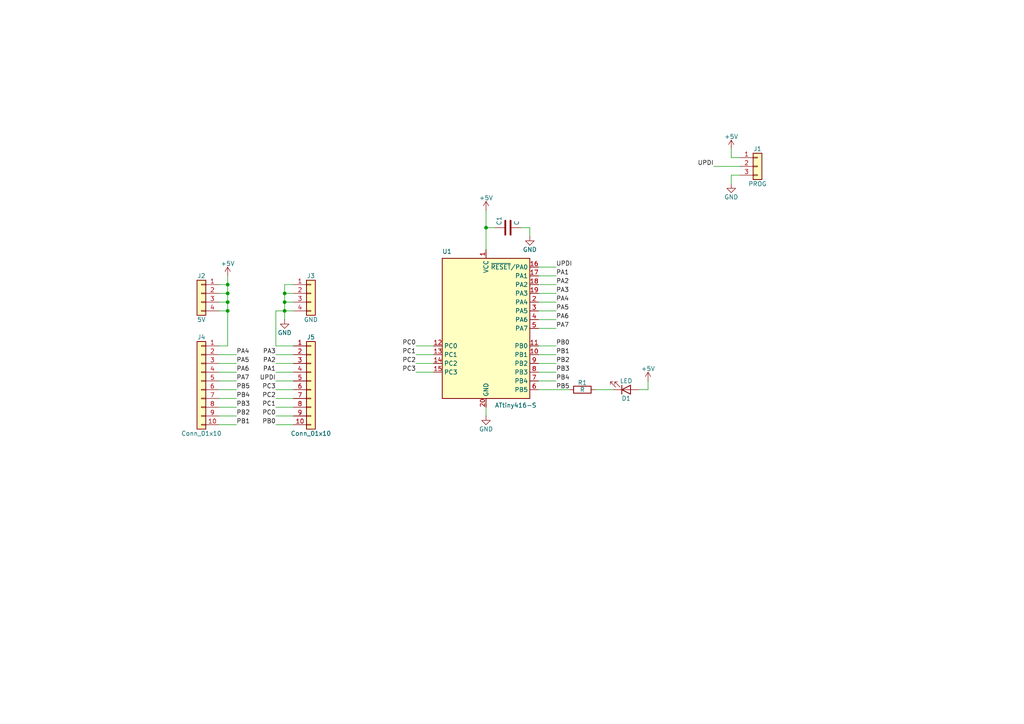
<source format=kicad_sch>
(kicad_sch (version 20231120) (generator "eeschema") (generator_version "8.0")
  (paper "A4")
  (title_block (title "Attiny416 Breakout") (date "2024-04-05") (company "Perry Leaumas") (comment 1 "Simple Breakout for CNC Milling"))
  (lib_symbols
    (symbol "Connector_Generic:Conn_01x03" (pin_names (offset 1.016) hide)
      (property "Reference" "J" (at 0 5.08 0))
      (property "Value" "Conn_01x03" (at 0 -5.08 0))
      (symbol "Conn_01x03_1_1"
        (rectangle (start -1.27 -2.413) (end 0 -2.667) (stroke (width 0.1524)))
        (rectangle (start -1.27 0.127) (end 0 -0.127) (stroke (width 0.1524)))
        (rectangle (start -1.27 2.667) (end 0 2.413) (stroke (width 0.1524)))
        (rectangle (start -1.27 3.81) (end 1.27 -3.81) (stroke (width 0.254)) (fill (type background)))
        (pin passive line (at -5.08 2.54 0) (length 3.81) (name "Pin_1") (number "1"))
        (pin passive line (at -5.08 0 0) (length 3.81) (name "Pin_2") (number "2"))
        (pin passive line (at -5.08 -2.54 0) (length 3.81) (name "Pin_3") (number "3"))
      )
    )
    (symbol "Connector_Generic:Conn_01x04" (pin_names (offset 1.016) hide)
      (property "Reference" "J" (at 0 5.08 0))
      (property "Value" "Conn_01x04" (at 0 -7.62 0))
      (symbol "Conn_01x04_1_1"
        (rectangle (start -1.27 -4.953) (end 0 -5.207) (stroke (width 0.1524)))
        (rectangle (start -1.27 -2.413) (end 0 -2.667) (stroke (width 0.1524)))
        (rectangle (start -1.27 0.127) (end 0 -0.127) (stroke (width 0.1524)))
        (rectangle (start -1.27 2.667) (end 0 2.413) (stroke (width 0.1524)))
        (rectangle (start -1.27 3.81) (end 1.27 -6.35) (stroke (width 0.254)) (fill (type background)))
        (pin passive line (at -5.08 2.54 0) (length 3.81) (name "Pin_1") (number "1"))
        (pin passive line (at -5.08 0 0) (length 3.81) (name "Pin_2") (number "2"))
        (pin passive line (at -5.08 -2.54 0) (length 3.81) (name "Pin_3") (number "3"))
        (pin passive line (at -5.08 -5.08 0) (length 3.81) (name "Pin_4") (number "4"))
      )
    )
    (symbol "Connector_Generic:Conn_01x10" (pin_names (offset 1.016) hide)
      (property "Reference" "J" (at 0 12.7 0))
      (property "Value" "Conn_01x10" (at 0 -15.24 0))
      (symbol "Conn_01x10_1_1"
        (rectangle (start -1.27 -12.573) (end 0 -12.827) (stroke (width 0.1524)))
        (rectangle (start -1.27 -10.033) (end 0 -10.287) (stroke (width 0.1524)))
        (rectangle (start -1.27 -7.493) (end 0 -7.747) (stroke (width 0.1524)))
        (rectangle (start -1.27 -4.953) (end 0 -5.207) (stroke (width 0.1524)))
        (rectangle (start -1.27 -2.413) (end 0 -2.667) (stroke (width 0.1524)))
        (rectangle (start -1.27 0.127) (end 0 -0.127) (stroke (width 0.1524)))
        (rectangle (start -1.27 2.667) (end 0 2.413) (stroke (width 0.1524)))
        (rectangle (start -1.27 5.207) (end 0 4.953) (stroke (width 0.1524)))
        (rectangle (start -1.27 7.747) (end 0 7.493) (stroke (width 0.1524)))
        (rectangle (start -1.27 10.287) (end 0 10.033) (stroke (width 0.1524)))
        (rectangle (start -1.27 11.43) (end 1.27 -13.97) (stroke (width 0.254)) (fill (type background)))
        (pin passive line (at -5.08 10.16 0) (length 3.81) (name "Pin_1") (number "1"))
        (pin passive line (at -5.08 -12.7 0) (length 3.81) (name "Pin_10") (number "10"))
        (pin passive line (at -5.08 7.62 0) (length 3.81) (name "Pin_2") (number "2"))
        (pin passive line (at -5.08 5.08 0) (length 3.81) (name "Pin_3") (number "3"))
        (pin passive line (at -5.08 2.54 0) (length 3.81) (name "Pin_4") (number "4"))
        (pin passive line (at -5.08 0 0) (length 3.81) (name "Pin_5") (number "5"))
        (pin passive line (at -5.08 -2.54 0) (length 3.81) (name "Pin_6") (number "6"))
        (pin passive line (at -5.08 -5.08 0) (length 3.81) (name "Pin_7") (number "7"))
        (pin passive line (at -5.08 -7.62 0) (length 3.81) (name "Pin_8") (number "8"))
        (pin passive line (at -5.08 -10.16 0) (length 3.81) (name "Pin_9") (number "9"))
      )
    )
    (symbol "Device:C" (pin_numbers hide) (pin_names (offset 0.254))
      (property "Reference" "C" (at 0.635 2.54 0))
      (property "Value" "C" (at 0.635 -2.54 0))
      (symbol "C_0_1"
        (polyline (pts (xy -2.032 -0.762) (xy 2.032 -0.762)) (stroke (width 0.508)))
        (polyline (pts (xy -2.032 0.762) (xy 2.032 0.762)) (stroke (width 0.508)))
      )
      (symbol "C_1_1"
        (pin passive line (at 0 3.81 270) (length 2.794) (name "~") (number "1"))
        (pin passive line (at 0 -3.81 90) (length 2.794) (name "~") (number "2"))
      )
    )
    (symbol "Device:LED" (pin_numbers hide) (pin_names (offset 1.016) hide)
      (property "Reference" "D" (at 0 2.54 0))
      (property "Value" "LED" (at 0 -2.54 0))
      (symbol "LED_0_1"
        (polyline (pts (xy -1.27 -1.27) (xy -1.27 1.27)) (stroke (width 0.254)))
        (polyline (pts (xy -1.27 0) (xy 1.27 0)))
        (polyline (pts (xy 1.27 -1.27) (xy 1.27 1.27) (xy -1.27 0) (xy 1.27 -1.27)) (stroke (width 0.254)))
        (polyline (pts (xy -3.048 -0.762) (xy -4.572 -2.286) (xy -3.81 -2.286) (xy -4.572 -2.286) (xy -4.572 -1.524)))
        (polyline (pts (xy -1.778 -0.762) (xy -3.302 -2.286) (xy -2.54 -2.286) (xy -3.302 -2.286) (xy -3.302 -1.524)))
      )
      (symbol "LED_1_1"
        (pin passive line (at -3.81 0 0) (length 2.54) (name "K") (number "1"))
        (pin passive line (at 3.81 0 180) (length 2.54) (name "A") (number "2"))
      )
    )
    (symbol "Device:R" (pin_numbers hide) (pin_names (offset 0))
      (property "Reference" "R" (at 2.032 0 90))
      (property "Value" "R" (at 0 0 90))
      (symbol "R_0_1"
        (rectangle (start -1.016 -2.54) (end 1.016 2.54) (stroke (width 0.254)))
      )
      (symbol "R_1_1"
        (pin passive line (at 0 3.81 270) (length 1.27) (name "~") (number "1"))
        (pin passive line (at 0 -3.81 90) (length 1.27) (name "~") (number "2"))
      )
    )
    (symbol "MCU_Microchip_ATtiny:ATtiny416-S"
      (property "Reference" "U" (at -12.7 21.59 0))
      (property "Value" "ATtiny416-S" (at 2.54 -21.59 0))
      (symbol "ATtiny416-S_0_1"
        (rectangle (start -12.7 -20.32) (end 12.7 20.32) (stroke (width 0.254)) (fill (type background)))
      )
      (symbol "ATtiny416-S_1_1"
        (pin power_in line (at 0 22.86 270) (length 2.54) (name "VCC") (number "1"))
        (pin bidirectional line (at 15.24 -7.62 180) (length 2.54) (name "PB1") (number "10"))
        (pin bidirectional line (at 15.24 -5.08 180) (length 2.54) (name "PB0") (number "11"))
        (pin bidirectional line (at -15.24 -5.08 0) (length 2.54) (name "PC0") (number "12"))
        (pin bidirectional line (at -15.24 -7.62 0) (length 2.54) (name "PC1") (number "13"))
        (pin bidirectional line (at -15.24 -10.16 0) (length 2.54) (name "PC2") (number "14"))
        (pin bidirectional line (at -15.24 -12.7 0) (length 2.54) (name "PC3") (number "15"))
        (pin bidirectional line (at 15.24 17.78 180) (length 2.54) (name "~{RESET}/PA0") (number "16"))
        (pin bidirectional line (at 15.24 15.24 180) (length 2.54) (name "PA1") (number "17"))
        (pin bidirectional line (at 15.24 12.7 180) (length 2.54) (name "PA2") (number "18"))
        (pin bidirectional line (at 15.24 10.16 180) (length 2.54) (name "PA3") (number "19"))
        (pin bidirectional line (at 15.24 7.62 180) (length 2.54) (name "PA4") (number "2"))
        (pin power_in line (at 0 -22.86 90) (length 2.54) (name "GND") (number "20"))
        (pin bidirectional line (at 15.24 5.08 180) (length 2.54) (name "PA5") (number "3"))
        (pin bidirectional line (at 15.24 2.54 180) (length 2.54) (name "PA6") (number "4"))
        (pin bidirectional line (at 15.24 0 180) (length 2.54) (name "PA7") (number "5"))
        (pin bidirectional line (at 15.24 -17.78 180) (length 2.54) (name "PB5") (number "6"))
        (pin bidirectional line (at 15.24 -15.24 180) (length 2.54) (name "PB4") (number "7"))
        (pin bidirectional line (at 15.24 -12.7 180) (length 2.54) (name "PB3") (number "8"))
        (pin bidirectional line (at 15.24 -10.16 180) (length 2.54) (name "PB2") (number "9"))
      )
    )
    (symbol "power:+5V" (power) (pin_numbers hide) (pin_names (offset 0) hide)
      (property "Value" "+5V" (at 0 3.556 0))
      (symbol "+5V_0_1"
        (polyline (pts (xy -0.762 1.27) (xy 0 2.54)))
        (polyline (pts (xy 0 0) (xy 0 2.54)))
        (polyline (pts (xy 0 2.54) (xy 0.762 1.27)))
      )
      (symbol "+5V_1_1"
        (pin power_in line (at 0 0 90) (length 0) (name "~") (number "1"))
      )
    )
    (symbol "power:GND" (power) (pin_numbers hide) (pin_names (offset 0) hide)
      (property "Value" "GND" (at 0 -3.81 0))
      (symbol "GND_0_1"
        (polyline (pts (xy 0 0) (xy 0 -1.27) (xy 1.27 -1.27) (xy 0 -2.54) (xy -1.27 -1.27) (xy 0 -1.27)))
      )
      (symbol "GND_1_1"
        (pin power_in line (at 0 0 270) (length 0) (name "~") (number "1"))
      )
    )
  )
  (junction (at 82.55 87.63))
  (junction (at 66.04 87.63))
  (junction (at 82.55 90.17))
  (junction (at 140.97 66.04))
  (junction (at 82.55 85.09))
  (junction (at 66.04 82.55))
  (junction (at 66.04 85.09))
  (junction (at 66.04 90.17))
  (wire (pts (xy 156.21 113.03) (xy 165.1 113.03)))
  (wire (pts (xy 120.65 102.87) (xy 125.73 102.87)))
  (wire (pts (xy 63.5 123.19) (xy 68.58 123.19)))
  (wire (pts (xy 63.5 118.11) (xy 68.58 118.11)))
  (wire (pts (xy 63.5 105.41) (xy 68.58 105.41)))
  (wire (pts (xy 63.5 102.87) (xy 68.58 102.87)))
  (wire (pts (xy 161.29 100.33) (xy 156.21 100.33)))
  (wire (pts (xy 161.29 77.47) (xy 156.21 77.47)))
  (wire (pts (xy 140.97 118.11) (xy 140.97 120.65)))
  (wire (pts (xy 161.29 95.25) (xy 156.21 95.25)))
  (wire (pts (xy 212.09 43.18) (xy 212.09 45.72)))
  (wire (pts (xy 80.01 102.87) (xy 85.09 102.87)))
  (wire (pts (xy 63.5 110.49) (xy 68.58 110.49)))
  (wire (pts (xy 66.04 80.01) (xy 66.04 82.55)))
  (wire (pts (xy 120.65 107.95) (xy 125.73 107.95)))
  (wire (pts (xy 80.01 115.57) (xy 85.09 115.57)))
  (wire (pts (xy 80.01 105.41) (xy 85.09 105.41)))
  (wire (pts (xy 80.01 100.33) (xy 80.01 90.17)))
  (wire (pts (xy 153.67 66.04) (xy 153.67 68.58)))
  (wire (pts (xy 80.01 123.19) (xy 85.09 123.19)))
  (wire (pts (xy 187.96 110.49) (xy 187.96 113.03)))
  (wire (pts (xy 66.04 87.63) (xy 66.04 90.17)))
  (wire (pts (xy 80.01 113.03) (xy 85.09 113.03)))
  (wire (pts (xy 63.5 120.65) (xy 68.58 120.65)))
  (wire (pts (xy 63.5 87.63) (xy 66.04 87.63)))
  (wire (pts (xy 82.55 87.63) (xy 82.55 85.09)))
  (wire (pts (xy 80.01 118.11) (xy 85.09 118.11)))
  (wire (pts (xy 143.51 66.04) (xy 140.97 66.04)))
  (wire (pts (xy 140.97 66.04) (xy 140.97 72.39)))
  (wire (pts (xy 82.55 90.17) (xy 85.09 90.17)))
  (wire (pts (xy 63.5 82.55) (xy 66.04 82.55)))
  (wire (pts (xy 120.65 100.33) (xy 125.73 100.33)))
  (wire (pts (xy 66.04 82.55) (xy 66.04 85.09)))
  (wire (pts (xy 151.13 66.04) (xy 153.67 66.04)))
  (wire (pts (xy 140.97 60.96) (xy 140.97 66.04)))
  (wire (pts (xy 66.04 85.09) (xy 66.04 87.63)))
  (wire (pts (xy 161.29 90.17) (xy 156.21 90.17)))
  (wire (pts (xy 161.29 82.55) (xy 156.21 82.55)))
  (wire (pts (xy 63.5 113.03) (xy 68.58 113.03)))
  (wire (pts (xy 212.09 45.72) (xy 214.63 45.72)))
  (wire (pts (xy 120.65 105.41) (xy 125.73 105.41)))
  (wire (pts (xy 187.96 113.03) (xy 185.42 113.03)))
  (wire (pts (xy 161.29 107.95) (xy 156.21 107.95)))
  (wire (pts (xy 63.5 107.95) (xy 68.58 107.95)))
  (wire (pts (xy 66.04 100.33) (xy 66.04 90.17)))
  (wire (pts (xy 80.01 107.95) (xy 85.09 107.95)))
  (wire (pts (xy 85.09 100.33) (xy 80.01 100.33)))
  (wire (pts (xy 161.29 110.49) (xy 156.21 110.49)))
  (wire (pts (xy 172.72 113.03) (xy 177.8 113.03)))
  (wire (pts (xy 66.04 90.17) (xy 63.5 90.17)))
  (wire (pts (xy 80.01 90.17) (xy 82.55 90.17)))
  (wire (pts (xy 214.63 50.8) (xy 212.09 50.8)))
  (wire (pts (xy 161.29 87.63) (xy 156.21 87.63)))
  (wire (pts (xy 161.29 105.41) (xy 156.21 105.41)))
  (wire (pts (xy 80.01 110.49) (xy 85.09 110.49)))
  (wire (pts (xy 156.21 80.01) (xy 161.29 80.01)))
  (wire (pts (xy 63.5 115.57) (xy 68.58 115.57)))
  (wire (pts (xy 212.09 50.8) (xy 212.09 53.34)))
  (wire (pts (xy 63.5 100.33) (xy 66.04 100.33)))
  (wire (pts (xy 161.29 85.09) (xy 156.21 85.09)))
  (wire (pts (xy 207.01 48.26) (xy 214.63 48.26)))
  (wire (pts (xy 161.29 92.71) (xy 156.21 92.71)))
  (wire (pts (xy 63.5 85.09) (xy 66.04 85.09)))
  (wire (pts (xy 82.55 87.63) (xy 85.09 87.63)))
  (wire (pts (xy 82.55 85.09) (xy 82.55 82.55)))
  (wire (pts (xy 82.55 90.17) (xy 82.55 87.63)))
  (wire (pts (xy 80.01 120.65) (xy 85.09 120.65)))
  (wire (pts (xy 161.29 102.87) (xy 156.21 102.87)))
  (wire (pts (xy 82.55 92.71) (xy 82.55 90.17)))
  (wire (pts (xy 82.55 82.55) (xy 85.09 82.55)))
  (wire (pts (xy 82.55 85.09) (xy 85.09 85.09)))
  (label "PC1" (at 80.01 118.11 180))
  (label "PA1" (at 80.01 107.95 180))
  (label "PC0" (at 80.01 120.65 180))
  (label "PA5" (at 161.29 90.17 0))
  (label "PC1" (at 120.65 102.87 180))
  (label "PC3" (at 80.01 113.03 180))
  (label "PA4" (at 161.29 87.63 0))
  (label "UPDI" (at 161.29 77.47 0))
  (label "PB4" (at 68.58 115.57 0))
  (label "PB5" (at 68.58 113.03 0))
  (label "PB0" (at 161.29 100.33 0))
  (label "PA7" (at 68.58 110.49 0))
  (label "PB2" (at 161.29 105.41 0))
  (label "PA6" (at 68.58 107.95 0))
  (label "PB5" (at 161.29 113.03 0))
  (label "PA3" (at 80.01 102.87 180))
  (label "PA4" (at 68.58 102.87 0))
  (label "PC3" (at 120.65 107.95 180))
  (label "PA1" (at 161.29 80.01 0))
  (label "PC0" (at 120.65 100.33 180))
  (label "PB1" (at 161.29 102.87 0))
  (label "PC2" (at 80.01 115.57 180))
  (label "PB4" (at 161.29 110.49 0))
  (label "PC2" (at 120.65 105.41 180))
  (label "PB0" (at 80.01 123.19 180))
  (label "PA6" (at 161.29 92.71 0))
  (label "PA3" (at 161.29 85.09 0))
  (label "PA2" (at 80.01 105.41 180))
  (label "PA7" (at 161.29 95.25 0))
  (label "UPDI" (at 80.01 110.49 180))
  (label "PA5" (at 68.58 105.41 0))
  (label "PB2" (at 68.58 120.65 0))
  (label "PB1" (at 68.58 123.19 0))
  (label "PB3" (at 68.58 118.11 0))
  (label "PB3" (at 161.29 107.95 0))
  (label "UPDI" (at 207.01 48.26 180))
  (label "PA2" (at 161.29 82.55 0))
  (symbol (lib_id "power:+5V") (at 187.96 110.49 0) (unit 1)
    (property "Reference" "#PWR06" (effects (hide yes)))
    (property "Value" "+5V" (at 187.96 106.934 0))
    (property "Description" "Power symbol creates a global label with name \"+5V\"" (effects (hide yes)))
  )
  (symbol (lib_id "power:GND") (at 212.09 53.34 0) (unit 1)
    (property "Reference" "#PWR04" (effects (hide yes)))
    (property "Value" "GND" (at 212.09 57.15 0))
    (property "Description" "Power symbol creates a global label with name \"GND\" , ground" (effects (hide yes)))
  )
  (symbol (lib_id "power:GND") (at 153.67 68.58 0) (unit 1)
    (property "Reference" "#PWR02" (effects (hide yes)))
    (property "Value" "GND" (at 153.67 72.39 0))
    (property "Description" "Power symbol creates a global label with name \"GND\" , ground" (effects (hide yes)))
  )
  (symbol (lib_id "power:+5V") (at 212.09 43.18 0) (unit 1)
    (property "Reference" "#PWR05" (effects (hide yes)))
    (property "Value" "+5V" (at 212.09 39.624 0))
    (property "Description" "Power symbol creates a global label with name \"+5V\"" (effects (hide yes)))
  )
  (symbol (lib_id "power:GND") (at 82.55 92.71 0) (unit 1)
    (property "Reference" "#PWR08" (effects (hide yes)))
    (property "Value" "GND" (at 82.55 96.52 0))
    (property "Description" "Power symbol creates a global label with name \"GND\" , ground" (effects (hide yes)))
  )
  (symbol (lib_id "Connector_Generic:Conn_01x04") (at 90.17 85.09 0) (unit 1)
    (property "Reference" "J3" (at 90.17 80.01 0))
    (property "Value" "GND" (at 90.17 92.71 0))
    (property "Footprint" "pl_mill:PinHeader_1x04_P2.54mm_Vertical" (effects (hide yes)))
    (property "Description" "Generic connector, single row, 01x04, script generated (kicad-library-utils/schlib/autogen/connector/)" (effects (hide yes)))
  )
  (symbol (lib_id "Connector_Generic:Conn_01x03") (at 219.71 48.26 0) (unit 1)
    (property "Reference" "J1" (at 219.71 43.18 0))
    (property "Value" "PROG" (at 219.71 53.34 0))
    (property "Footprint" "pl_mill:PinHeader_1x03_P2.54mm_Vertical" (effects (hide yes)))
    (property "Description" "Generic connector, single row, 01x03, script generated (kicad-library-utils/schlib/autogen/connector/)" (effects (hide yes)))
  )
  (symbol (lib_id "power:+5V") (at 140.97 60.96 0) (unit 1)
    (property "Reference" "#PWR03" (effects (hide yes)))
    (property "Value" "+5V" (at 140.97 57.404 0))
    (property "Description" "Power symbol creates a global label with name \"+5V\"" (effects (hide yes)))
  )
  (symbol (lib_id "power:GND") (at 140.97 120.65 0) (unit 1)
    (property "Reference" "#PWR01" (effects (hide yes)))
    (property "Value" "GND" (at 140.97 124.46 0))
    (property "Description" "Power symbol creates a global label with name \"GND\" , ground" (effects (hide yes)))
  )
  (symbol (lib_id "MCU_Microchip_ATtiny:ATtiny416-S") (at 140.97 95.25 0) (unit 1)
    (property "Reference" "U1" (at 128.27 73.66 0) (effects (justify left bottom)))
    (property "Value" "ATtiny416-S" (at 143.51 116.84 0) (effects (justify left top)))
    (property "Footprint" "Package_SO:SOIC-20W_7.5x12.8mm_P1.27mm" (effects (hide yes)))
    (property "Datasheet" "http://ww1.microchip.com/downloads/en/DeviceDoc/40001913A.pdf" (effects (hide yes)))
    (property "Description" "20MHz, 4kB Flash, 256B SRAM, 128B EEPROM, SOIC-20" (effects (hide yes)))
  )
  (symbol (lib_id "Connector_Generic:Conn_01x10") (at 90.17 110.49 0) (unit 1)
    (property "Reference" "J5" (at 90.17 97.79 0))
    (property "Value" "Conn_01x10" (at 90.17 125.73 0))
    (property "Footprint" "pl_mill:PinHeader_1x10_P2.54mm_Vertical" (effects (hide yes)))
    (property "Description" "Generic connector, single row, 01x10, script generated (kicad-library-utils/schlib/autogen/connector/)" (effects (hide yes)))
  )
  (symbol (lib_id "Device:LED") (at 181.61 113.03 0) (mirror x) (unit 1)
    (property "Reference" "D1" (at 181.61 115.57 0))
    (property "Value" "LED" (at 181.61 110.49 0))
    (property "Footprint" "LED_THT:LED_D5.0mm" (effects (hide yes)))
    (property "Description" "Light emitting diode" (effects (hide yes)))
  )
  (symbol (lib_id "Device:R") (at 168.91 113.03 90) (unit 1)
    (property "Reference" "R1" (at 168.91 110.998 90))
    (property "Value" "R" (at 168.91 113.03 90))
    (property "Footprint" "Resistor_SMD:R_0603_1608Metric_Pad0.98x0.95mm_HandSolder" (effects (hide yes)))
    (property "Description" "Resistor" (effects (hide yes)))
  )
  (symbol (lib_id "Connector_Generic:Conn_01x04") (at 58.42 85.09 0) (mirror y) (unit 1)
    (property "Reference" "J2" (at 58.42 80.01 0))
    (property "Value" "5V" (at 58.42 92.71 0))
    (property "Footprint" "pl_mill:PinHeader_1x04_P2.54mm_Vertical" (effects (hide yes)))
    (property "Description" "Generic connector, single row, 01x04, script generated (kicad-library-utils/schlib/autogen/connector/)" (effects (hide yes)))
  )
  (symbol (lib_id "Connector_Generic:Conn_01x10") (at 58.42 110.49 0) (mirror y) (unit 1)
    (property "Reference" "J4" (at 58.42 97.79 0))
    (property "Value" "Conn_01x10" (at 58.42 125.73 0))
    (property "Footprint" "pl_mill:PinHeader_1x10_P2.54mm_Vertical" (effects (hide yes)))
    (property "Description" "Generic connector, single row, 01x10, script generated (kicad-library-utils/schlib/autogen/connector/)" (effects (hide yes)))
  )
  (symbol (lib_id "power:+5V") (at 66.04 80.01 0) (unit 1)
    (property "Reference" "#PWR07" (effects (hide yes)))
    (property "Value" "+5V" (at 66.04 76.454 0))
    (property "Description" "Power symbol creates a global label with name \"+5V\"" (effects (hide yes)))
  )
  (symbol (lib_id "Device:C") (at 147.32 66.04 90) (unit 1)
    (property "Reference" "C1" (at 144.78 65.405 0) (effects (justify left)))
    (property "Value" "C" (at 149.86 65.405 0) (effects (justify left)))
    (property "Footprint" "Capacitor_THT:C_Rect_L7.0mm_W2.0mm_P5.00mm" (effects (hide yes)))
    (property "Description" "Unpolarized capacitor" (effects (hide yes)))
  )
)
</source>
